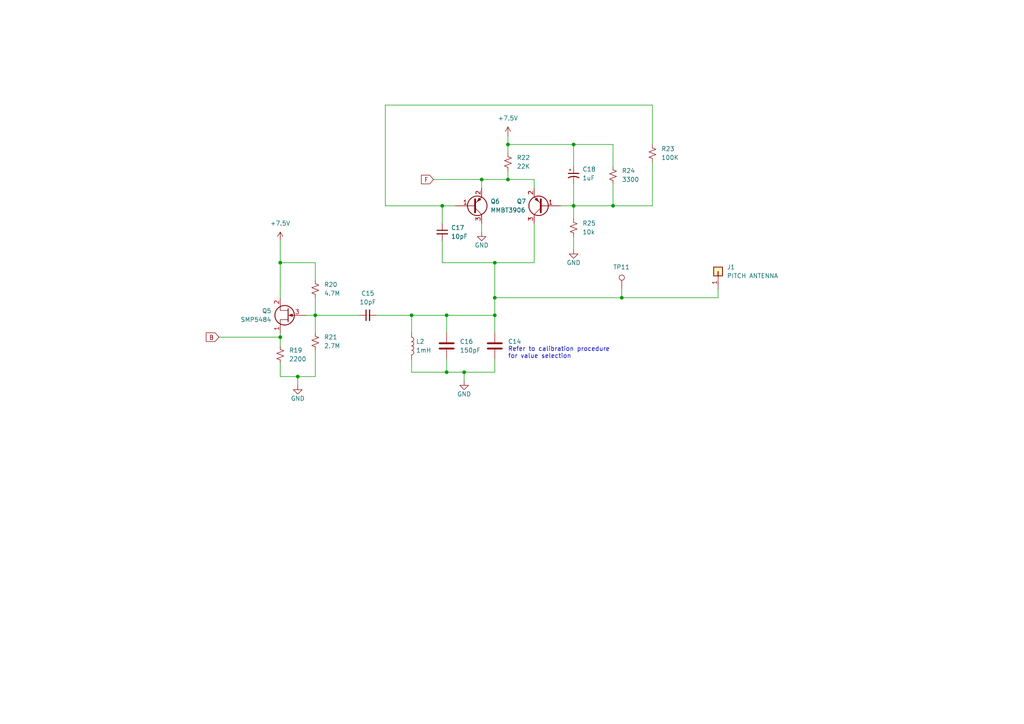
<source format=kicad_sch>
(kicad_sch (version 20211123) (generator eeschema)

  (uuid b0c2739f-c3d0-4727-9db0-ad9894b43d95)

  (paper "A4")

  (lib_symbols
    (symbol "Connector:TestPoint" (pin_numbers hide) (pin_names (offset 0.762) hide) (in_bom yes) (on_board yes)
      (property "Reference" "TP" (id 0) (at 0 6.858 0)
        (effects (font (size 1.27 1.27)))
      )
      (property "Value" "TestPoint" (id 1) (at 0 5.08 0)
        (effects (font (size 1.27 1.27)))
      )
      (property "Footprint" "" (id 2) (at 5.08 0 0)
        (effects (font (size 1.27 1.27)) hide)
      )
      (property "Datasheet" "~" (id 3) (at 5.08 0 0)
        (effects (font (size 1.27 1.27)) hide)
      )
      (property "ki_keywords" "test point tp" (id 4) (at 0 0 0)
        (effects (font (size 1.27 1.27)) hide)
      )
      (property "ki_description" "test point" (id 5) (at 0 0 0)
        (effects (font (size 1.27 1.27)) hide)
      )
      (property "ki_fp_filters" "Pin* Test*" (id 6) (at 0 0 0)
        (effects (font (size 1.27 1.27)) hide)
      )
      (symbol "TestPoint_0_1"
        (circle (center 0 3.302) (radius 0.762)
          (stroke (width 0) (type default) (color 0 0 0 0))
          (fill (type none))
        )
      )
      (symbol "TestPoint_1_1"
        (pin passive line (at 0 0 90) (length 2.54)
          (name "1" (effects (font (size 1.27 1.27))))
          (number "1" (effects (font (size 1.27 1.27))))
        )
      )
    )
    (symbol "Connector_Generic:Conn_01x01" (pin_names (offset 1.016) hide) (in_bom yes) (on_board yes)
      (property "Reference" "J" (id 0) (at 0 2.54 0)
        (effects (font (size 1.27 1.27)))
      )
      (property "Value" "Conn_01x01" (id 1) (at 0 -2.54 0)
        (effects (font (size 1.27 1.27)))
      )
      (property "Footprint" "" (id 2) (at 0 0 0)
        (effects (font (size 1.27 1.27)) hide)
      )
      (property "Datasheet" "~" (id 3) (at 0 0 0)
        (effects (font (size 1.27 1.27)) hide)
      )
      (property "ki_keywords" "connector" (id 4) (at 0 0 0)
        (effects (font (size 1.27 1.27)) hide)
      )
      (property "ki_description" "Generic connector, single row, 01x01, script generated (kicad-library-utils/schlib/autogen/connector/)" (id 5) (at 0 0 0)
        (effects (font (size 1.27 1.27)) hide)
      )
      (property "ki_fp_filters" "Connector*:*_1x??_*" (id 6) (at 0 0 0)
        (effects (font (size 1.27 1.27)) hide)
      )
      (symbol "Conn_01x01_1_1"
        (rectangle (start -1.27 0.127) (end 0 -0.127)
          (stroke (width 0.1524) (type default) (color 0 0 0 0))
          (fill (type none))
        )
        (rectangle (start -1.27 1.27) (end 1.27 -1.27)
          (stroke (width 0.254) (type default) (color 0 0 0 0))
          (fill (type background))
        )
        (pin passive line (at -5.08 0 0) (length 3.81)
          (name "Pin_1" (effects (font (size 1.27 1.27))))
          (number "1" (effects (font (size 1.27 1.27))))
        )
      )
    )
    (symbol "Device:C" (pin_numbers hide) (pin_names (offset 0.254)) (in_bom yes) (on_board yes)
      (property "Reference" "C" (id 0) (at 0.635 2.54 0)
        (effects (font (size 1.27 1.27)) (justify left))
      )
      (property "Value" "C" (id 1) (at 0.635 -2.54 0)
        (effects (font (size 1.27 1.27)) (justify left))
      )
      (property "Footprint" "" (id 2) (at 0.9652 -3.81 0)
        (effects (font (size 1.27 1.27)) hide)
      )
      (property "Datasheet" "~" (id 3) (at 0 0 0)
        (effects (font (size 1.27 1.27)) hide)
      )
      (property "ki_keywords" "cap capacitor" (id 4) (at 0 0 0)
        (effects (font (size 1.27 1.27)) hide)
      )
      (property "ki_description" "Unpolarized capacitor" (id 5) (at 0 0 0)
        (effects (font (size 1.27 1.27)) hide)
      )
      (property "ki_fp_filters" "C_*" (id 6) (at 0 0 0)
        (effects (font (size 1.27 1.27)) hide)
      )
      (symbol "C_0_1"
        (polyline
          (pts
            (xy -2.032 -0.762)
            (xy 2.032 -0.762)
          )
          (stroke (width 0.508) (type default) (color 0 0 0 0))
          (fill (type none))
        )
        (polyline
          (pts
            (xy -2.032 0.762)
            (xy 2.032 0.762)
          )
          (stroke (width 0.508) (type default) (color 0 0 0 0))
          (fill (type none))
        )
      )
      (symbol "C_1_1"
        (pin passive line (at 0 3.81 270) (length 2.794)
          (name "~" (effects (font (size 1.27 1.27))))
          (number "1" (effects (font (size 1.27 1.27))))
        )
        (pin passive line (at 0 -3.81 90) (length 2.794)
          (name "~" (effects (font (size 1.27 1.27))))
          (number "2" (effects (font (size 1.27 1.27))))
        )
      )
    )
    (symbol "Device:C_Polarized_Small_US" (pin_numbers hide) (pin_names (offset 0.254) hide) (in_bom yes) (on_board yes)
      (property "Reference" "C" (id 0) (at 0.254 1.778 0)
        (effects (font (size 1.27 1.27)) (justify left))
      )
      (property "Value" "C_Polarized_Small_US" (id 1) (at 0.254 -2.032 0)
        (effects (font (size 1.27 1.27)) (justify left))
      )
      (property "Footprint" "" (id 2) (at 0 0 0)
        (effects (font (size 1.27 1.27)) hide)
      )
      (property "Datasheet" "~" (id 3) (at 0 0 0)
        (effects (font (size 1.27 1.27)) hide)
      )
      (property "ki_keywords" "cap capacitor" (id 4) (at 0 0 0)
        (effects (font (size 1.27 1.27)) hide)
      )
      (property "ki_description" "Polarized capacitor, small US symbol" (id 5) (at 0 0 0)
        (effects (font (size 1.27 1.27)) hide)
      )
      (property "ki_fp_filters" "CP_*" (id 6) (at 0 0 0)
        (effects (font (size 1.27 1.27)) hide)
      )
      (symbol "C_Polarized_Small_US_0_1"
        (polyline
          (pts
            (xy -1.524 0.508)
            (xy 1.524 0.508)
          )
          (stroke (width 0.3048) (type default) (color 0 0 0 0))
          (fill (type none))
        )
        (polyline
          (pts
            (xy -1.27 1.524)
            (xy -0.762 1.524)
          )
          (stroke (width 0) (type default) (color 0 0 0 0))
          (fill (type none))
        )
        (polyline
          (pts
            (xy -1.016 1.27)
            (xy -1.016 1.778)
          )
          (stroke (width 0) (type default) (color 0 0 0 0))
          (fill (type none))
        )
        (arc (start 1.524 -0.762) (mid 0 -0.3734) (end -1.524 -0.762)
          (stroke (width 0.3048) (type default) (color 0 0 0 0))
          (fill (type none))
        )
      )
      (symbol "C_Polarized_Small_US_1_1"
        (pin passive line (at 0 2.54 270) (length 2.032)
          (name "~" (effects (font (size 1.27 1.27))))
          (number "1" (effects (font (size 1.27 1.27))))
        )
        (pin passive line (at 0 -2.54 90) (length 2.032)
          (name "~" (effects (font (size 1.27 1.27))))
          (number "2" (effects (font (size 1.27 1.27))))
        )
      )
    )
    (symbol "Device:C_Small" (pin_numbers hide) (pin_names (offset 0.254) hide) (in_bom yes) (on_board yes)
      (property "Reference" "C" (id 0) (at 0.254 1.778 0)
        (effects (font (size 1.27 1.27)) (justify left))
      )
      (property "Value" "C_Small" (id 1) (at 0.254 -2.032 0)
        (effects (font (size 1.27 1.27)) (justify left))
      )
      (property "Footprint" "" (id 2) (at 0 0 0)
        (effects (font (size 1.27 1.27)) hide)
      )
      (property "Datasheet" "~" (id 3) (at 0 0 0)
        (effects (font (size 1.27 1.27)) hide)
      )
      (property "ki_keywords" "capacitor cap" (id 4) (at 0 0 0)
        (effects (font (size 1.27 1.27)) hide)
      )
      (property "ki_description" "Unpolarized capacitor, small symbol" (id 5) (at 0 0 0)
        (effects (font (size 1.27 1.27)) hide)
      )
      (property "ki_fp_filters" "C_*" (id 6) (at 0 0 0)
        (effects (font (size 1.27 1.27)) hide)
      )
      (symbol "C_Small_0_1"
        (polyline
          (pts
            (xy -1.524 -0.508)
            (xy 1.524 -0.508)
          )
          (stroke (width 0.3302) (type default) (color 0 0 0 0))
          (fill (type none))
        )
        (polyline
          (pts
            (xy -1.524 0.508)
            (xy 1.524 0.508)
          )
          (stroke (width 0.3048) (type default) (color 0 0 0 0))
          (fill (type none))
        )
      )
      (symbol "C_Small_1_1"
        (pin passive line (at 0 2.54 270) (length 2.032)
          (name "~" (effects (font (size 1.27 1.27))))
          (number "1" (effects (font (size 1.27 1.27))))
        )
        (pin passive line (at 0 -2.54 90) (length 2.032)
          (name "~" (effects (font (size 1.27 1.27))))
          (number "2" (effects (font (size 1.27 1.27))))
        )
      )
    )
    (symbol "Device:L" (pin_numbers hide) (pin_names (offset 1.016) hide) (in_bom yes) (on_board yes)
      (property "Reference" "L" (id 0) (at -1.27 0 90)
        (effects (font (size 1.27 1.27)))
      )
      (property "Value" "L" (id 1) (at 1.905 0 90)
        (effects (font (size 1.27 1.27)))
      )
      (property "Footprint" "" (id 2) (at 0 0 0)
        (effects (font (size 1.27 1.27)) hide)
      )
      (property "Datasheet" "~" (id 3) (at 0 0 0)
        (effects (font (size 1.27 1.27)) hide)
      )
      (property "ki_keywords" "inductor choke coil reactor magnetic" (id 4) (at 0 0 0)
        (effects (font (size 1.27 1.27)) hide)
      )
      (property "ki_description" "Inductor" (id 5) (at 0 0 0)
        (effects (font (size 1.27 1.27)) hide)
      )
      (property "ki_fp_filters" "Choke_* *Coil* Inductor_* L_*" (id 6) (at 0 0 0)
        (effects (font (size 1.27 1.27)) hide)
      )
      (symbol "L_0_1"
        (arc (start 0 -2.54) (mid 0.635 -1.905) (end 0 -1.27)
          (stroke (width 0) (type default) (color 0 0 0 0))
          (fill (type none))
        )
        (arc (start 0 -1.27) (mid 0.635 -0.635) (end 0 0)
          (stroke (width 0) (type default) (color 0 0 0 0))
          (fill (type none))
        )
        (arc (start 0 0) (mid 0.635 0.635) (end 0 1.27)
          (stroke (width 0) (type default) (color 0 0 0 0))
          (fill (type none))
        )
        (arc (start 0 1.27) (mid 0.635 1.905) (end 0 2.54)
          (stroke (width 0) (type default) (color 0 0 0 0))
          (fill (type none))
        )
      )
      (symbol "L_1_1"
        (pin passive line (at 0 3.81 270) (length 1.27)
          (name "1" (effects (font (size 1.27 1.27))))
          (number "1" (effects (font (size 1.27 1.27))))
        )
        (pin passive line (at 0 -3.81 90) (length 1.27)
          (name "2" (effects (font (size 1.27 1.27))))
          (number "2" (effects (font (size 1.27 1.27))))
        )
      )
    )
    (symbol "Device:Q_NJFET_SDG" (pin_names (offset 0) hide) (in_bom yes) (on_board yes)
      (property "Reference" "Q" (id 0) (at 5.08 1.27 0)
        (effects (font (size 1.27 1.27)) (justify left))
      )
      (property "Value" "Q_NJFET_SDG" (id 1) (at 5.08 -1.27 0)
        (effects (font (size 1.27 1.27)) (justify left))
      )
      (property "Footprint" "" (id 2) (at 5.08 2.54 0)
        (effects (font (size 1.27 1.27)) hide)
      )
      (property "Datasheet" "~" (id 3) (at 0 0 0)
        (effects (font (size 1.27 1.27)) hide)
      )
      (property "ki_keywords" "transistor NJFET N-JFET" (id 4) (at 0 0 0)
        (effects (font (size 1.27 1.27)) hide)
      )
      (property "ki_description" "N-JFET transistor, source/drain/gate" (id 5) (at 0 0 0)
        (effects (font (size 1.27 1.27)) hide)
      )
      (symbol "Q_NJFET_SDG_0_1"
        (polyline
          (pts
            (xy 0.254 1.905)
            (xy 0.254 -1.905)
            (xy 0.254 -1.905)
          )
          (stroke (width 0.254) (type default) (color 0 0 0 0))
          (fill (type none))
        )
        (polyline
          (pts
            (xy 2.54 -2.54)
            (xy 2.54 -1.27)
            (xy 0.254 -1.27)
          )
          (stroke (width 0) (type default) (color 0 0 0 0))
          (fill (type none))
        )
        (polyline
          (pts
            (xy 2.54 2.54)
            (xy 2.54 1.397)
            (xy 0.254 1.397)
          )
          (stroke (width 0) (type default) (color 0 0 0 0))
          (fill (type none))
        )
        (polyline
          (pts
            (xy 0 0)
            (xy -1.016 0.381)
            (xy -1.016 -0.381)
            (xy 0 0)
          )
          (stroke (width 0) (type default) (color 0 0 0 0))
          (fill (type outline))
        )
        (circle (center 1.27 0) (radius 2.8194)
          (stroke (width 0.254) (type default) (color 0 0 0 0))
          (fill (type none))
        )
      )
      (symbol "Q_NJFET_SDG_1_1"
        (pin passive line (at 2.54 -5.08 90) (length 2.54)
          (name "S" (effects (font (size 1.27 1.27))))
          (number "1" (effects (font (size 1.27 1.27))))
        )
        (pin passive line (at 2.54 5.08 270) (length 2.54)
          (name "D" (effects (font (size 1.27 1.27))))
          (number "2" (effects (font (size 1.27 1.27))))
        )
        (pin input line (at -5.08 0 0) (length 5.334)
          (name "G" (effects (font (size 1.27 1.27))))
          (number "3" (effects (font (size 1.27 1.27))))
        )
      )
    )
    (symbol "Device:R_Small_US" (pin_numbers hide) (pin_names (offset 0.254) hide) (in_bom yes) (on_board yes)
      (property "Reference" "R" (id 0) (at 0.762 0.508 0)
        (effects (font (size 1.27 1.27)) (justify left))
      )
      (property "Value" "R_Small_US" (id 1) (at 0.762 -1.016 0)
        (effects (font (size 1.27 1.27)) (justify left))
      )
      (property "Footprint" "" (id 2) (at 0 0 0)
        (effects (font (size 1.27 1.27)) hide)
      )
      (property "Datasheet" "~" (id 3) (at 0 0 0)
        (effects (font (size 1.27 1.27)) hide)
      )
      (property "ki_keywords" "r resistor" (id 4) (at 0 0 0)
        (effects (font (size 1.27 1.27)) hide)
      )
      (property "ki_description" "Resistor, small US symbol" (id 5) (at 0 0 0)
        (effects (font (size 1.27 1.27)) hide)
      )
      (property "ki_fp_filters" "R_*" (id 6) (at 0 0 0)
        (effects (font (size 1.27 1.27)) hide)
      )
      (symbol "R_Small_US_1_1"
        (polyline
          (pts
            (xy 0 0)
            (xy 1.016 -0.381)
            (xy 0 -0.762)
            (xy -1.016 -1.143)
            (xy 0 -1.524)
          )
          (stroke (width 0) (type default) (color 0 0 0 0))
          (fill (type none))
        )
        (polyline
          (pts
            (xy 0 1.524)
            (xy 1.016 1.143)
            (xy 0 0.762)
            (xy -1.016 0.381)
            (xy 0 0)
          )
          (stroke (width 0) (type default) (color 0 0 0 0))
          (fill (type none))
        )
        (pin passive line (at 0 2.54 270) (length 1.016)
          (name "~" (effects (font (size 1.27 1.27))))
          (number "1" (effects (font (size 1.27 1.27))))
        )
        (pin passive line (at 0 -2.54 90) (length 1.016)
          (name "~" (effects (font (size 1.27 1.27))))
          (number "2" (effects (font (size 1.27 1.27))))
        )
      )
    )
    (symbol "Transistor_BJT:MMBT3906" (pin_names (offset 0) hide) (in_bom yes) (on_board yes)
      (property "Reference" "Q" (id 0) (at 5.08 1.905 0)
        (effects (font (size 1.27 1.27)) (justify left))
      )
      (property "Value" "MMBT3906" (id 1) (at 5.08 0 0)
        (effects (font (size 1.27 1.27)) (justify left))
      )
      (property "Footprint" "Package_TO_SOT_SMD:SOT-23" (id 2) (at 5.08 -1.905 0)
        (effects (font (size 1.27 1.27) italic) (justify left) hide)
      )
      (property "Datasheet" "https://www.onsemi.com/pub/Collateral/2N3906-D.PDF" (id 3) (at 0 0 0)
        (effects (font (size 1.27 1.27)) (justify left) hide)
      )
      (property "ki_keywords" "PNP Transistor" (id 4) (at 0 0 0)
        (effects (font (size 1.27 1.27)) hide)
      )
      (property "ki_description" "-0.2A Ic, -40V Vce, Small Signal PNP Transistor, SOT-23" (id 5) (at 0 0 0)
        (effects (font (size 1.27 1.27)) hide)
      )
      (property "ki_fp_filters" "SOT?23*" (id 6) (at 0 0 0)
        (effects (font (size 1.27 1.27)) hide)
      )
      (symbol "MMBT3906_0_1"
        (polyline
          (pts
            (xy 0.635 0.635)
            (xy 2.54 2.54)
          )
          (stroke (width 0) (type default) (color 0 0 0 0))
          (fill (type none))
        )
        (polyline
          (pts
            (xy 0.635 -0.635)
            (xy 2.54 -2.54)
            (xy 2.54 -2.54)
          )
          (stroke (width 0) (type default) (color 0 0 0 0))
          (fill (type none))
        )
        (polyline
          (pts
            (xy 0.635 1.905)
            (xy 0.635 -1.905)
            (xy 0.635 -1.905)
          )
          (stroke (width 0.508) (type default) (color 0 0 0 0))
          (fill (type none))
        )
        (polyline
          (pts
            (xy 2.286 -1.778)
            (xy 1.778 -2.286)
            (xy 1.27 -1.27)
            (xy 2.286 -1.778)
            (xy 2.286 -1.778)
          )
          (stroke (width 0) (type default) (color 0 0 0 0))
          (fill (type outline))
        )
        (circle (center 1.27 0) (radius 2.8194)
          (stroke (width 0.254) (type default) (color 0 0 0 0))
          (fill (type none))
        )
      )
      (symbol "MMBT3906_1_1"
        (pin input line (at -5.08 0 0) (length 5.715)
          (name "B" (effects (font (size 1.27 1.27))))
          (number "1" (effects (font (size 1.27 1.27))))
        )
        (pin passive line (at 2.54 -5.08 90) (length 2.54)
          (name "E" (effects (font (size 1.27 1.27))))
          (number "2" (effects (font (size 1.27 1.27))))
        )
        (pin passive line (at 2.54 5.08 270) (length 2.54)
          (name "C" (effects (font (size 1.27 1.27))))
          (number "3" (effects (font (size 1.27 1.27))))
        )
      )
    )
    (symbol "power:+7.5V" (power) (pin_names (offset 0)) (in_bom yes) (on_board yes)
      (property "Reference" "#PWR" (id 0) (at 0 -3.81 0)
        (effects (font (size 1.27 1.27)) hide)
      )
      (property "Value" "+7.5V" (id 1) (at 0 3.556 0)
        (effects (font (size 1.27 1.27)))
      )
      (property "Footprint" "" (id 2) (at 0 0 0)
        (effects (font (size 1.27 1.27)) hide)
      )
      (property "Datasheet" "" (id 3) (at 0 0 0)
        (effects (font (size 1.27 1.27)) hide)
      )
      (property "ki_keywords" "power-flag" (id 4) (at 0 0 0)
        (effects (font (size 1.27 1.27)) hide)
      )
      (property "ki_description" "Power symbol creates a global label with name \"+7.5V\"" (id 5) (at 0 0 0)
        (effects (font (size 1.27 1.27)) hide)
      )
      (symbol "+7.5V_0_1"
        (polyline
          (pts
            (xy -0.762 1.27)
            (xy 0 2.54)
          )
          (stroke (width 0) (type default) (color 0 0 0 0))
          (fill (type none))
        )
        (polyline
          (pts
            (xy 0 0)
            (xy 0 2.54)
          )
          (stroke (width 0) (type default) (color 0 0 0 0))
          (fill (type none))
        )
        (polyline
          (pts
            (xy 0 2.54)
            (xy 0.762 1.27)
          )
          (stroke (width 0) (type default) (color 0 0 0 0))
          (fill (type none))
        )
      )
      (symbol "+7.5V_1_1"
        (pin power_in line (at 0 0 90) (length 0) hide
          (name "+7.5V" (effects (font (size 1.27 1.27))))
          (number "1" (effects (font (size 1.27 1.27))))
        )
      )
    )
    (symbol "power:GND" (power) (pin_names (offset 0)) (in_bom yes) (on_board yes)
      (property "Reference" "#PWR" (id 0) (at 0 -6.35 0)
        (effects (font (size 1.27 1.27)) hide)
      )
      (property "Value" "GND" (id 1) (at 0 -3.81 0)
        (effects (font (size 1.27 1.27)))
      )
      (property "Footprint" "" (id 2) (at 0 0 0)
        (effects (font (size 1.27 1.27)) hide)
      )
      (property "Datasheet" "" (id 3) (at 0 0 0)
        (effects (font (size 1.27 1.27)) hide)
      )
      (property "ki_keywords" "power-flag" (id 4) (at 0 0 0)
        (effects (font (size 1.27 1.27)) hide)
      )
      (property "ki_description" "Power symbol creates a global label with name \"GND\" , ground" (id 5) (at 0 0 0)
        (effects (font (size 1.27 1.27)) hide)
      )
      (symbol "GND_0_1"
        (polyline
          (pts
            (xy 0 0)
            (xy 0 -1.27)
            (xy 1.27 -1.27)
            (xy 0 -2.54)
            (xy -1.27 -1.27)
            (xy 0 -1.27)
          )
          (stroke (width 0) (type default) (color 0 0 0 0))
          (fill (type none))
        )
      )
      (symbol "GND_1_1"
        (pin power_in line (at 0 0 270) (length 0) hide
          (name "GND" (effects (font (size 1.27 1.27))))
          (number "1" (effects (font (size 1.27 1.27))))
        )
      )
    )
  )

  (junction (at 177.8 59.69) (diameter 0) (color 0 0 0 0)
    (uuid 072b5fc2-bbe2-4d58-bef8-d0439391050d)
  )
  (junction (at 86.36 109.22) (diameter 0) (color 0 0 0 0)
    (uuid 088d85b0-69db-4b01-ba90-10065971dcd8)
  )
  (junction (at 166.37 59.69) (diameter 0) (color 0 0 0 0)
    (uuid 46b26fb3-5388-4cb5-a4af-0a03570908d6)
  )
  (junction (at 147.32 41.91) (diameter 0) (color 0 0 0 0)
    (uuid 6fecd63b-f61f-445d-9ce2-d9b24637d7df)
  )
  (junction (at 134.62 107.95) (diameter 0) (color 0 0 0 0)
    (uuid 7754606c-b0c0-4ac1-ab2f-4f822c6aceec)
  )
  (junction (at 128.27 59.69) (diameter 0) (color 0 0 0 0)
    (uuid 8b2f6969-da09-48d1-8875-99d69ca5ae35)
  )
  (junction (at 147.32 52.07) (diameter 0) (color 0 0 0 0)
    (uuid a33e6e21-69f8-4037-ae49-769ce3523cef)
  )
  (junction (at 81.28 97.79) (diameter 0) (color 0 0 0 0)
    (uuid a8a2e84a-c297-487b-9bf6-aa7987a561be)
  )
  (junction (at 166.37 41.91) (diameter 0) (color 0 0 0 0)
    (uuid bd2b2f9b-561a-48ae-9a17-1f866e2403ae)
  )
  (junction (at 143.51 91.44) (diameter 0) (color 0 0 0 0)
    (uuid c29c0c6f-a93e-4d02-9a1b-dd75ee7cff44)
  )
  (junction (at 143.51 76.2) (diameter 0) (color 0 0 0 0)
    (uuid c3ae7914-cfc6-4f70-bc27-2c578778c0b1)
  )
  (junction (at 81.28 76.2) (diameter 0) (color 0 0 0 0)
    (uuid c7ae9bae-2f77-44d8-bb06-ab3b1b5c6338)
  )
  (junction (at 91.44 91.44) (diameter 0) (color 0 0 0 0)
    (uuid d3e67c9c-7672-422b-814b-1e62d6d69990)
  )
  (junction (at 119.38 91.44) (diameter 0) (color 0 0 0 0)
    (uuid d4983da6-062d-4d9d-b12c-33bf20b1fdd4)
  )
  (junction (at 129.54 107.95) (diameter 0) (color 0 0 0 0)
    (uuid d64fc9e0-063a-40a7-b0c4-0b0fbd78d7ee)
  )
  (junction (at 139.7 52.07) (diameter 0) (color 0 0 0 0)
    (uuid e372afb2-cfe9-466f-a7c5-1eb2542ceeb2)
  )
  (junction (at 180.34 86.36) (diameter 0) (color 0 0 0 0)
    (uuid e3878f7b-3fe1-444f-979c-73f2b918fce8)
  )
  (junction (at 143.51 86.36) (diameter 0) (color 0 0 0 0)
    (uuid e9dc3843-428b-4a2b-b9c9-be15b9bb3934)
  )
  (junction (at 129.54 91.44) (diameter 0) (color 0 0 0 0)
    (uuid ffc0f3a4-7839-4add-a937-c41f0d9b9c75)
  )

  (wire (pts (xy 139.7 54.61) (xy 139.7 52.07))
    (stroke (width 0) (type default) (color 0 0 0 0))
    (uuid 01dd2472-1208-47cf-a3bd-5d95515ad8a1)
  )
  (wire (pts (xy 91.44 86.36) (xy 91.44 91.44))
    (stroke (width 0) (type default) (color 0 0 0 0))
    (uuid 0238c1a0-f6ba-47da-b758-3bad46ad04ec)
  )
  (wire (pts (xy 91.44 81.28) (xy 91.44 76.2))
    (stroke (width 0) (type default) (color 0 0 0 0))
    (uuid 0e5d42f8-d931-4da0-a662-20b84ed0fb7d)
  )
  (wire (pts (xy 180.34 83.82) (xy 180.34 86.36))
    (stroke (width 0) (type default) (color 0 0 0 0))
    (uuid 0e8f1626-452e-4e84-a441-f92ea0a80139)
  )
  (wire (pts (xy 189.23 30.48) (xy 111.76 30.48))
    (stroke (width 0) (type default) (color 0 0 0 0))
    (uuid 0e9bc375-7b9e-4177-a5ce-839fd65a02b7)
  )
  (wire (pts (xy 143.51 76.2) (xy 143.51 86.36))
    (stroke (width 0) (type default) (color 0 0 0 0))
    (uuid 0f05da38-c00c-45cb-ad41-fb50782574e1)
  )
  (wire (pts (xy 128.27 59.69) (xy 132.08 59.69))
    (stroke (width 0) (type default) (color 0 0 0 0))
    (uuid 13371222-9683-4436-b1d7-c7f5e23079c5)
  )
  (wire (pts (xy 139.7 64.77) (xy 139.7 67.31))
    (stroke (width 0) (type default) (color 0 0 0 0))
    (uuid 17599046-d2e5-4519-b8ed-1855d7f67f03)
  )
  (wire (pts (xy 147.32 41.91) (xy 147.32 44.45))
    (stroke (width 0) (type default) (color 0 0 0 0))
    (uuid 196a6b3e-3e5f-4816-bca6-951c485e4b9b)
  )
  (wire (pts (xy 177.8 41.91) (xy 177.8 48.26))
    (stroke (width 0) (type default) (color 0 0 0 0))
    (uuid 19d68ae3-421b-4a81-977c-d8e655cd137a)
  )
  (wire (pts (xy 189.23 41.91) (xy 189.23 30.48))
    (stroke (width 0) (type default) (color 0 0 0 0))
    (uuid 223d6a0c-4e8a-4213-8726-e1e28736818e)
  )
  (wire (pts (xy 119.38 91.44) (xy 129.54 91.44))
    (stroke (width 0) (type default) (color 0 0 0 0))
    (uuid 2251a7ae-686e-4a64-b008-195dfc8e4f33)
  )
  (wire (pts (xy 91.44 91.44) (xy 91.44 96.52))
    (stroke (width 0) (type default) (color 0 0 0 0))
    (uuid 2e454816-488a-4610-a1cd-27d21ec0289c)
  )
  (wire (pts (xy 81.28 105.41) (xy 81.28 109.22))
    (stroke (width 0) (type default) (color 0 0 0 0))
    (uuid 347b6f4d-bf38-4672-ba31-37f5e1e072db)
  )
  (wire (pts (xy 166.37 59.69) (xy 166.37 53.34))
    (stroke (width 0) (type default) (color 0 0 0 0))
    (uuid 36f1dda9-df9d-47f3-9153-4f002ff16952)
  )
  (wire (pts (xy 162.56 59.69) (xy 166.37 59.69))
    (stroke (width 0) (type default) (color 0 0 0 0))
    (uuid 3c65d3b4-8f0d-4c00-95a9-73141e902ada)
  )
  (wire (pts (xy 86.36 109.22) (xy 81.28 109.22))
    (stroke (width 0) (type default) (color 0 0 0 0))
    (uuid 3fe31d5f-f225-44e0-b56d-84e47bfbe436)
  )
  (wire (pts (xy 143.51 107.95) (xy 134.62 107.95))
    (stroke (width 0) (type default) (color 0 0 0 0))
    (uuid 45ec8ffb-3753-4e94-baf9-1dcf0ce3ca27)
  )
  (wire (pts (xy 166.37 41.91) (xy 147.32 41.91))
    (stroke (width 0) (type default) (color 0 0 0 0))
    (uuid 4a781ac2-80c8-43c1-a71f-0ad1d033c499)
  )
  (wire (pts (xy 143.51 76.2) (xy 154.94 76.2))
    (stroke (width 0) (type default) (color 0 0 0 0))
    (uuid 533577e0-0cb2-49fe-b2f7-9757ca2ddef2)
  )
  (wire (pts (xy 81.28 69.85) (xy 81.28 76.2))
    (stroke (width 0) (type default) (color 0 0 0 0))
    (uuid 5581bb2d-2420-4c1e-85ac-55a55eba86bb)
  )
  (wire (pts (xy 111.76 30.48) (xy 111.76 59.69))
    (stroke (width 0) (type default) (color 0 0 0 0))
    (uuid 57a4fe5a-dcda-4f21-9f37-8bf165736b98)
  )
  (wire (pts (xy 129.54 107.95) (xy 119.38 107.95))
    (stroke (width 0) (type default) (color 0 0 0 0))
    (uuid 611e4e25-32fd-4d57-98df-afddee43b040)
  )
  (wire (pts (xy 129.54 91.44) (xy 129.54 96.52))
    (stroke (width 0) (type default) (color 0 0 0 0))
    (uuid 628f2604-43d3-43f6-b304-ff4ee7565b4c)
  )
  (wire (pts (xy 177.8 53.34) (xy 177.8 59.69))
    (stroke (width 0) (type default) (color 0 0 0 0))
    (uuid 69bf1b72-9c53-42ac-a4c8-e46fc3f8f05a)
  )
  (wire (pts (xy 134.62 107.95) (xy 134.62 110.49))
    (stroke (width 0) (type default) (color 0 0 0 0))
    (uuid 6d9b9a3e-a397-47ce-ba12-9f4b755ce580)
  )
  (wire (pts (xy 134.62 107.95) (xy 129.54 107.95))
    (stroke (width 0) (type default) (color 0 0 0 0))
    (uuid 6e398338-53b5-48cd-9a16-8f33830a0518)
  )
  (wire (pts (xy 128.27 69.85) (xy 128.27 76.2))
    (stroke (width 0) (type default) (color 0 0 0 0))
    (uuid 72b7a44f-8473-431b-aced-a111eacb2e49)
  )
  (wire (pts (xy 166.37 59.69) (xy 166.37 63.5))
    (stroke (width 0) (type default) (color 0 0 0 0))
    (uuid 78c95acd-0410-4bd5-aa29-1e146048862f)
  )
  (wire (pts (xy 109.22 91.44) (xy 119.38 91.44))
    (stroke (width 0) (type default) (color 0 0 0 0))
    (uuid 8205c2cd-f6da-4e13-a9b8-6a7e8ede2577)
  )
  (wire (pts (xy 154.94 64.77) (xy 154.94 76.2))
    (stroke (width 0) (type default) (color 0 0 0 0))
    (uuid 874776cd-5dc0-4886-98f3-4a260aae163a)
  )
  (wire (pts (xy 166.37 41.91) (xy 166.37 48.26))
    (stroke (width 0) (type default) (color 0 0 0 0))
    (uuid 87ad68f3-56db-4391-914f-e519c15b65c6)
  )
  (wire (pts (xy 143.51 91.44) (xy 143.51 96.52))
    (stroke (width 0) (type default) (color 0 0 0 0))
    (uuid 88042f93-672d-4338-8589-dd4bee9546ff)
  )
  (wire (pts (xy 91.44 109.22) (xy 86.36 109.22))
    (stroke (width 0) (type default) (color 0 0 0 0))
    (uuid 899cedaf-c466-492c-8d3d-f9c48521f2f1)
  )
  (wire (pts (xy 180.34 86.36) (xy 208.28 86.36))
    (stroke (width 0) (type default) (color 0 0 0 0))
    (uuid 9822ac3d-6e95-4ab3-80a4-21486832b74f)
  )
  (wire (pts (xy 147.32 52.07) (xy 154.94 52.07))
    (stroke (width 0) (type default) (color 0 0 0 0))
    (uuid 9b23bbc9-9429-4ee3-8a3a-45baf5a3a1be)
  )
  (wire (pts (xy 129.54 91.44) (xy 143.51 91.44))
    (stroke (width 0) (type default) (color 0 0 0 0))
    (uuid a79708ee-d067-4bec-8f3f-ccf92541aaeb)
  )
  (wire (pts (xy 81.28 97.79) (xy 81.28 100.33))
    (stroke (width 0) (type default) (color 0 0 0 0))
    (uuid b23b916a-09a8-4b31-a18f-c1711e0ea1f1)
  )
  (wire (pts (xy 143.51 76.2) (xy 128.27 76.2))
    (stroke (width 0) (type default) (color 0 0 0 0))
    (uuid b88e45e3-1f0d-49ee-8a90-5b2877e3ed2e)
  )
  (wire (pts (xy 208.28 83.82) (xy 208.28 86.36))
    (stroke (width 0) (type default) (color 0 0 0 0))
    (uuid c26d0b31-064e-416a-a2d1-036e2db77917)
  )
  (wire (pts (xy 88.9 91.44) (xy 91.44 91.44))
    (stroke (width 0) (type default) (color 0 0 0 0))
    (uuid c2c1de78-afcb-4862-b4af-85b45026eb68)
  )
  (wire (pts (xy 125.73 52.07) (xy 139.7 52.07))
    (stroke (width 0) (type default) (color 0 0 0 0))
    (uuid c48e99dc-81ae-4d2f-aa9a-8e2f467b69ab)
  )
  (wire (pts (xy 189.23 59.69) (xy 189.23 46.99))
    (stroke (width 0) (type default) (color 0 0 0 0))
    (uuid c4959213-13ea-4678-9044-f5506369825c)
  )
  (wire (pts (xy 91.44 76.2) (xy 81.28 76.2))
    (stroke (width 0) (type default) (color 0 0 0 0))
    (uuid c78e63a1-b6a7-436e-9e68-3fde30a0a836)
  )
  (wire (pts (xy 119.38 107.95) (xy 119.38 104.14))
    (stroke (width 0) (type default) (color 0 0 0 0))
    (uuid cbe78889-83ca-490f-80e1-c146364bbd86)
  )
  (wire (pts (xy 143.51 104.14) (xy 143.51 107.95))
    (stroke (width 0) (type default) (color 0 0 0 0))
    (uuid cc0e1f35-08c4-4bb4-a351-28cdac7cf814)
  )
  (wire (pts (xy 129.54 104.14) (xy 129.54 107.95))
    (stroke (width 0) (type default) (color 0 0 0 0))
    (uuid cd4b0953-23bf-4cef-b8fd-06e7d758f3f6)
  )
  (wire (pts (xy 147.32 49.53) (xy 147.32 52.07))
    (stroke (width 0) (type default) (color 0 0 0 0))
    (uuid ce590cb6-b6b2-40ae-807b-79e60c9a9268)
  )
  (wire (pts (xy 143.51 86.36) (xy 143.51 91.44))
    (stroke (width 0) (type default) (color 0 0 0 0))
    (uuid dad47050-5137-48c2-943f-feff37782a99)
  )
  (wire (pts (xy 128.27 64.77) (xy 128.27 59.69))
    (stroke (width 0) (type default) (color 0 0 0 0))
    (uuid dbe4297e-d2d4-428c-93be-5ddb72e13ff4)
  )
  (wire (pts (xy 154.94 52.07) (xy 154.94 54.61))
    (stroke (width 0) (type default) (color 0 0 0 0))
    (uuid df343114-678b-42e7-ad3e-adf914f203e0)
  )
  (wire (pts (xy 177.8 59.69) (xy 166.37 59.69))
    (stroke (width 0) (type default) (color 0 0 0 0))
    (uuid df746e69-581c-4917-9508-da9810b306d0)
  )
  (wire (pts (xy 166.37 41.91) (xy 177.8 41.91))
    (stroke (width 0) (type default) (color 0 0 0 0))
    (uuid e31027b1-1c89-4ad1-ac15-f8b12b128927)
  )
  (wire (pts (xy 177.8 59.69) (xy 189.23 59.69))
    (stroke (width 0) (type default) (color 0 0 0 0))
    (uuid e7d50895-6f39-429c-94d7-f000fff80cb9)
  )
  (wire (pts (xy 119.38 96.52) (xy 119.38 91.44))
    (stroke (width 0) (type default) (color 0 0 0 0))
    (uuid e7f7e1c3-1992-4ad6-b3b3-b69f75230b26)
  )
  (wire (pts (xy 143.51 86.36) (xy 180.34 86.36))
    (stroke (width 0) (type default) (color 0 0 0 0))
    (uuid e9479397-8f31-44cb-876b-69333ccb5e49)
  )
  (wire (pts (xy 86.36 109.22) (xy 86.36 111.76))
    (stroke (width 0) (type default) (color 0 0 0 0))
    (uuid eabc6b8e-c8ec-4dc8-9a1d-bfcf5a1ba416)
  )
  (wire (pts (xy 111.76 59.69) (xy 128.27 59.69))
    (stroke (width 0) (type default) (color 0 0 0 0))
    (uuid f06ddce0-ef86-44e7-98ec-99315165ae60)
  )
  (wire (pts (xy 63.5 97.79) (xy 81.28 97.79))
    (stroke (width 0) (type default) (color 0 0 0 0))
    (uuid f17a053b-f230-4adc-90be-b3faceb7df5d)
  )
  (wire (pts (xy 91.44 91.44) (xy 104.14 91.44))
    (stroke (width 0) (type default) (color 0 0 0 0))
    (uuid f1d69bd6-f3b3-42fa-9dd8-c44a3d7c85f6)
  )
  (wire (pts (xy 139.7 52.07) (xy 147.32 52.07))
    (stroke (width 0) (type default) (color 0 0 0 0))
    (uuid f2abdbb0-ad64-44b1-b2f7-609c2f23fdb4)
  )
  (wire (pts (xy 81.28 76.2) (xy 81.28 86.36))
    (stroke (width 0) (type default) (color 0 0 0 0))
    (uuid f769e443-855a-49df-aeb3-c521f0fe7a5b)
  )
  (wire (pts (xy 81.28 96.52) (xy 81.28 97.79))
    (stroke (width 0) (type default) (color 0 0 0 0))
    (uuid f7f8f1dc-5b6b-4ff1-a45f-608adb74b633)
  )
  (wire (pts (xy 91.44 101.6) (xy 91.44 109.22))
    (stroke (width 0) (type default) (color 0 0 0 0))
    (uuid f84279d7-c42e-4f88-a6f3-959ee03b2401)
  )
  (wire (pts (xy 166.37 68.58) (xy 166.37 72.39))
    (stroke (width 0) (type default) (color 0 0 0 0))
    (uuid f8f93ca1-11a4-47f5-9f7e-4a1cf272e296)
  )
  (wire (pts (xy 147.32 39.37) (xy 147.32 41.91))
    (stroke (width 0) (type default) (color 0 0 0 0))
    (uuid ffdb3aff-8f03-4888-8ed1-3c3b6dc7cc33)
  )

  (text "Refer to calibration procedure\nfor value selection"
    (at 147.32 104.14 0)
    (effects (font (size 1.27 1.27)) (justify left bottom))
    (uuid 41f88780-ae7d-4c53-958a-eff7b45c5f48)
  )

  (global_label "B" (shape input) (at 63.5 97.79 180) (fields_autoplaced)
    (effects (font (size 1.27 1.27)) (justify right))
    (uuid 6f19fcaf-7848-42fe-8f32-1e508c17ef3d)
    (property "Intersheet References" "${INTERSHEET_REFS}" (id 0) (at 59.8169 97.7106 0)
      (effects (font (size 1.27 1.27)) (justify right) hide)
    )
  )
  (global_label "F" (shape input) (at 125.73 52.07 180) (fields_autoplaced)
    (effects (font (size 1.27 1.27)) (justify right))
    (uuid ce261a3d-74f2-4e95-a223-f4fba0a02322)
    (property "Intersheet References" "${INTERSHEET_REFS}" (id 0) (at 122.2283 51.9906 0)
      (effects (font (size 1.27 1.27)) (justify right) hide)
    )
  )

  (symbol (lib_id "power:+7.5V") (at 147.32 39.37 0) (unit 1)
    (in_bom yes) (on_board yes) (fields_autoplaced)
    (uuid 028d6a3b-e0a1-4c44-b269-3fc6f5f1930a)
    (property "Reference" "#PWR0115" (id 0) (at 147.32 43.18 0)
      (effects (font (size 1.27 1.27)) hide)
    )
    (property "Value" "+7.5V" (id 1) (at 147.32 34.29 0))
    (property "Footprint" "" (id 2) (at 147.32 39.37 0)
      (effects (font (size 1.27 1.27)) hide)
    )
    (property "Datasheet" "" (id 3) (at 147.32 39.37 0)
      (effects (font (size 1.27 1.27)) hide)
    )
    (pin "1" (uuid 62924ed5-7066-4c94-8242-68a8c84c0452))
  )

  (symbol (lib_id "Device:R_Small_US") (at 81.28 102.87 0) (unit 1)
    (in_bom yes) (on_board yes) (fields_autoplaced)
    (uuid 0ffd4d49-41eb-47fb-967e-798711547171)
    (property "Reference" "R19" (id 0) (at 83.82 101.5999 0)
      (effects (font (size 1.27 1.27)) (justify left))
    )
    (property "Value" "2200" (id 1) (at 83.82 104.1399 0)
      (effects (font (size 1.27 1.27)) (justify left))
    )
    (property "Footprint" "Resistor_SMD:R_0603_1608Metric" (id 2) (at 81.28 102.87 0)
      (effects (font (size 1.27 1.27)) hide)
    )
    (property "Datasheet" "~" (id 3) (at 81.28 102.87 0)
      (effects (font (size 1.27 1.27)) hide)
    )
    (pin "1" (uuid 67172faa-4bda-49c4-84a5-284b8bdf1eaf))
    (pin "2" (uuid f5995745-b6b7-4a02-9453-7905c363431e))
  )

  (symbol (lib_id "Device:L") (at 119.38 100.33 0) (unit 1)
    (in_bom yes) (on_board yes)
    (uuid 12ba4890-a485-440b-86e2-c15a9f78e67f)
    (property "Reference" "L2" (id 0) (at 120.65 99.0599 0)
      (effects (font (size 1.27 1.27)) (justify left))
    )
    (property "Value" "1mH" (id 1) (at 120.65 101.5999 0)
      (effects (font (size 1.27 1.27)) (justify left))
    )
    (property "Footprint" "Theremin:Delevan_5022R" (id 2) (at 119.38 100.33 0)
      (effects (font (size 1.27 1.27)) hide)
    )
    (property "Datasheet" "~" (id 3) (at 119.38 100.33 0)
      (effects (font (size 1.27 1.27)) hide)
    )
    (pin "1" (uuid 294c4ba4-0e70-4725-a9af-dbe6a1335384))
    (pin "2" (uuid 5177274f-4fc5-4be8-a178-84441ea84da6))
  )

  (symbol (lib_id "Device:R_Small_US") (at 189.23 44.45 0) (unit 1)
    (in_bom yes) (on_board yes) (fields_autoplaced)
    (uuid 146c92fc-9efb-41dd-a5fd-a09ade611e76)
    (property "Reference" "R23" (id 0) (at 191.77 43.1799 0)
      (effects (font (size 1.27 1.27)) (justify left))
    )
    (property "Value" "100K" (id 1) (at 191.77 45.7199 0)
      (effects (font (size 1.27 1.27)) (justify left))
    )
    (property "Footprint" "Resistor_SMD:R_0603_1608Metric" (id 2) (at 189.23 44.45 0)
      (effects (font (size 1.27 1.27)) hide)
    )
    (property "Datasheet" "~" (id 3) (at 189.23 44.45 0)
      (effects (font (size 1.27 1.27)) hide)
    )
    (pin "1" (uuid e062e857-1093-4f92-989c-f92c801aaade))
    (pin "2" (uuid 6d0a6788-00f9-4eb9-ac39-c8ef7240a3c8))
  )

  (symbol (lib_id "Device:R_Small_US") (at 166.37 66.04 0) (unit 1)
    (in_bom yes) (on_board yes) (fields_autoplaced)
    (uuid 14efffde-888b-4b19-8916-b196394c5ba0)
    (property "Reference" "R25" (id 0) (at 168.91 64.7699 0)
      (effects (font (size 1.27 1.27)) (justify left))
    )
    (property "Value" "10k" (id 1) (at 168.91 67.3099 0)
      (effects (font (size 1.27 1.27)) (justify left))
    )
    (property "Footprint" "Resistor_SMD:R_0603_1608Metric" (id 2) (at 166.37 66.04 0)
      (effects (font (size 1.27 1.27)) hide)
    )
    (property "Datasheet" "~" (id 3) (at 166.37 66.04 0)
      (effects (font (size 1.27 1.27)) hide)
    )
    (pin "1" (uuid e78aca49-e9d9-42ed-a91b-99037df3dcef))
    (pin "2" (uuid b57ae2ae-ed6a-4691-94ef-ac7836cb88be))
  )

  (symbol (lib_id "Transistor_BJT:MMBT3906") (at 157.48 59.69 180) (unit 1)
    (in_bom yes) (on_board yes)
    (uuid 2c059316-8b43-4d67-9899-fd6facc25e20)
    (property "Reference" "Q7" (id 0) (at 149.86 58.42 0)
      (effects (font (size 1.27 1.27)) (justify right))
    )
    (property "Value" "MMBT3906" (id 1) (at 152.4 60.9599 0)
      (effects (font (size 1.27 1.27)) (justify left) hide)
    )
    (property "Footprint" "Package_TO_SOT_SMD:SOT-23" (id 2) (at 152.4 57.785 0)
      (effects (font (size 1.27 1.27) italic) (justify left) hide)
    )
    (property "Datasheet" "https://www.onsemi.com/pub/Collateral/2N3906-D.PDF" (id 3) (at 157.48 59.69 0)
      (effects (font (size 1.27 1.27)) (justify left) hide)
    )
    (pin "1" (uuid 9ddac914-639e-4f58-ba28-4b14ca4581fe))
    (pin "2" (uuid 175c7421-ad3e-4643-8a18-3fa4e731b814))
    (pin "3" (uuid e73e1a8e-7a5a-4b74-afe5-c882ac8e0279))
  )

  (symbol (lib_id "Device:R_Small_US") (at 91.44 99.06 0) (unit 1)
    (in_bom yes) (on_board yes) (fields_autoplaced)
    (uuid 2ff47750-3e84-4290-bd9b-2c754b9f516e)
    (property "Reference" "R21" (id 0) (at 93.98 97.7899 0)
      (effects (font (size 1.27 1.27)) (justify left))
    )
    (property "Value" "2.7M" (id 1) (at 93.98 100.3299 0)
      (effects (font (size 1.27 1.27)) (justify left))
    )
    (property "Footprint" "Resistor_SMD:R_0603_1608Metric" (id 2) (at 91.44 99.06 0)
      (effects (font (size 1.27 1.27)) hide)
    )
    (property "Datasheet" "~" (id 3) (at 91.44 99.06 0)
      (effects (font (size 1.27 1.27)) hide)
    )
    (pin "1" (uuid e1ad99da-dcbd-4119-9c5f-e808063689c4))
    (pin "2" (uuid c979366f-0faa-429a-b7d2-1521fe9ffd73))
  )

  (symbol (lib_id "Transistor_BJT:MMBT3906") (at 137.16 59.69 0) (mirror x) (unit 1)
    (in_bom yes) (on_board yes) (fields_autoplaced)
    (uuid 5d448114-a8e4-4e7e-83fe-bc4f391b03bb)
    (property "Reference" "Q6" (id 0) (at 142.24 58.4199 0)
      (effects (font (size 1.27 1.27)) (justify left))
    )
    (property "Value" "MMBT3906" (id 1) (at 142.24 60.9599 0)
      (effects (font (size 1.27 1.27)) (justify left))
    )
    (property "Footprint" "Package_TO_SOT_SMD:SOT-23" (id 2) (at 142.24 57.785 0)
      (effects (font (size 1.27 1.27) italic) (justify left) hide)
    )
    (property "Datasheet" "https://www.onsemi.com/pub/Collateral/2N3906-D.PDF" (id 3) (at 137.16 59.69 0)
      (effects (font (size 1.27 1.27)) (justify left) hide)
    )
    (pin "1" (uuid 9752ffc3-e604-42a2-87ca-ceaddccb447e))
    (pin "2" (uuid 74bbb23b-ca11-49b7-b565-809d57e14660))
    (pin "3" (uuid c3750db3-4cfd-4e03-95c6-0275248493aa))
  )

  (symbol (lib_id "Device:C") (at 129.54 100.33 0) (unit 1)
    (in_bom yes) (on_board yes) (fields_autoplaced)
    (uuid 614c37a4-4c81-4a2a-9721-e261a038ed82)
    (property "Reference" "C16" (id 0) (at 133.35 99.0599 0)
      (effects (font (size 1.27 1.27)) (justify left))
    )
    (property "Value" "150pF" (id 1) (at 133.35 101.5999 0)
      (effects (font (size 1.27 1.27)) (justify left))
    )
    (property "Footprint" "Capacitor_SMD:C_1210_3225Metric_Pad1.33x2.70mm_HandSolder" (id 2) (at 130.5052 104.14 0)
      (effects (font (size 1.27 1.27)) hide)
    )
    (property "Datasheet" "~" (id 3) (at 129.54 100.33 0)
      (effects (font (size 1.27 1.27)) hide)
    )
    (pin "1" (uuid 4d5b41ce-54ce-465a-9466-f77149d1cd6f))
    (pin "2" (uuid 12e798b9-72ef-4382-994f-1a87f34becb1))
  )

  (symbol (lib_id "Device:R_Small_US") (at 177.8 50.8 0) (unit 1)
    (in_bom yes) (on_board yes) (fields_autoplaced)
    (uuid 6d019d35-cd54-4cbe-88a3-8ac933ab2d8d)
    (property "Reference" "R24" (id 0) (at 180.34 49.5299 0)
      (effects (font (size 1.27 1.27)) (justify left))
    )
    (property "Value" "3300" (id 1) (at 180.34 52.0699 0)
      (effects (font (size 1.27 1.27)) (justify left))
    )
    (property "Footprint" "Resistor_SMD:R_0603_1608Metric" (id 2) (at 177.8 50.8 0)
      (effects (font (size 1.27 1.27)) hide)
    )
    (property "Datasheet" "~" (id 3) (at 177.8 50.8 0)
      (effects (font (size 1.27 1.27)) hide)
    )
    (pin "1" (uuid 3f8b4e54-59a5-4b26-9837-cce212a09447))
    (pin "2" (uuid 60a79e84-4415-40cb-a0f5-e7e0dd815873))
  )

  (symbol (lib_id "Connector:TestPoint") (at 180.34 83.82 0) (unit 1)
    (in_bom yes) (on_board yes)
    (uuid 71511309-39c2-4be0-a08a-b29d656650d2)
    (property "Reference" "TP11" (id 0) (at 177.8 77.47 0)
      (effects (font (size 1.27 1.27)) (justify left))
    )
    (property "Value" "TestPoint" (id 1) (at 182.88 81.7879 0)
      (effects (font (size 1.27 1.27)) (justify left) hide)
    )
    (property "Footprint" "TestPoint:TestPoint_Pad_D1.0mm" (id 2) (at 185.42 83.82 0)
      (effects (font (size 1.27 1.27)) hide)
    )
    (property "Datasheet" "~" (id 3) (at 185.42 83.82 0)
      (effects (font (size 1.27 1.27)) hide)
    )
    (pin "1" (uuid 652414ee-82c5-4346-9359-c61dfdd8cc71))
  )

  (symbol (lib_id "power:+7.5V") (at 81.28 69.85 0) (unit 1)
    (in_bom yes) (on_board yes) (fields_autoplaced)
    (uuid 7c2f36f4-33c5-4ad8-bd88-642d1d7ab564)
    (property "Reference" "#PWR0111" (id 0) (at 81.28 73.66 0)
      (effects (font (size 1.27 1.27)) hide)
    )
    (property "Value" "+7.5V" (id 1) (at 81.28 64.77 0))
    (property "Footprint" "" (id 2) (at 81.28 69.85 0)
      (effects (font (size 1.27 1.27)) hide)
    )
    (property "Datasheet" "" (id 3) (at 81.28 69.85 0)
      (effects (font (size 1.27 1.27)) hide)
    )
    (pin "1" (uuid 8e767f57-369e-4622-90c4-9cc1021756b0))
  )

  (symbol (lib_id "Device:C") (at 143.51 100.33 0) (unit 1)
    (in_bom yes) (on_board yes) (fields_autoplaced)
    (uuid 7c3cacf6-3964-446c-ac71-d068d440e4c7)
    (property "Reference" "C14" (id 0) (at 147.32 99.0599 0)
      (effects (font (size 1.27 1.27)) (justify left))
    )
    (property "Value" "C_Mica" (id 1) (at 147.32 101.5999 0)
      (effects (font (size 1.27 1.27)) (justify left) hide)
    )
    (property "Footprint" "Capacitor_SMD:C_0805_2012Metric_Pad1.18x1.45mm_HandSolder" (id 2) (at 144.4752 104.14 0)
      (effects (font (size 1.27 1.27)) hide)
    )
    (property "Datasheet" "~" (id 3) (at 143.51 100.33 0)
      (effects (font (size 1.27 1.27)) hide)
    )
    (pin "1" (uuid 67b6f4dd-41a9-4a68-b907-1ac8e1fd3840))
    (pin "2" (uuid 03e935de-83e9-4a60-826b-469d48a95f6a))
  )

  (symbol (lib_id "power:GND") (at 166.37 72.39 0) (unit 1)
    (in_bom yes) (on_board yes)
    (uuid 7ee67721-c9bf-4225-b7e1-70998fbe74fd)
    (property "Reference" "#PWR0110" (id 0) (at 166.37 78.74 0)
      (effects (font (size 1.27 1.27)) hide)
    )
    (property "Value" "GND" (id 1) (at 166.37 76.2 0))
    (property "Footprint" "" (id 2) (at 166.37 72.39 0)
      (effects (font (size 1.27 1.27)) hide)
    )
    (property "Datasheet" "" (id 3) (at 166.37 72.39 0)
      (effects (font (size 1.27 1.27)) hide)
    )
    (pin "1" (uuid b2e3333f-e50d-498e-bbe0-531c404efedf))
  )

  (symbol (lib_id "Device:C_Polarized_Small_US") (at 166.37 50.8 0) (unit 1)
    (in_bom yes) (on_board yes) (fields_autoplaced)
    (uuid a1d9c8c9-ab74-4869-a0b5-e16074d59e99)
    (property "Reference" "C18" (id 0) (at 168.91 49.0981 0)
      (effects (font (size 1.27 1.27)) (justify left))
    )
    (property "Value" "1uF" (id 1) (at 168.91 51.6381 0)
      (effects (font (size 1.27 1.27)) (justify left))
    )
    (property "Footprint" "Capacitor_Tantalum_SMD:CP_EIA-2012-12_Kemet-R_Pad1.30x1.05mm_HandSolder" (id 2) (at 166.37 50.8 0)
      (effects (font (size 1.27 1.27)) hide)
    )
    (property "Datasheet" "~" (id 3) (at 166.37 50.8 0)
      (effects (font (size 1.27 1.27)) hide)
    )
    (pin "1" (uuid 8cbbfa0d-a638-489e-a85b-d5a73c547a2d))
    (pin "2" (uuid 437cfadb-22be-47c6-ad5a-24cc037140b1))
  )

  (symbol (lib_id "power:GND") (at 139.7 67.31 0) (unit 1)
    (in_bom yes) (on_board yes)
    (uuid a6e55a91-35c2-4a66-8f3c-35df85ebe9fc)
    (property "Reference" "#PWR0114" (id 0) (at 139.7 73.66 0)
      (effects (font (size 1.27 1.27)) hide)
    )
    (property "Value" "GND" (id 1) (at 139.7 71.12 0))
    (property "Footprint" "" (id 2) (at 139.7 67.31 0)
      (effects (font (size 1.27 1.27)) hide)
    )
    (property "Datasheet" "" (id 3) (at 139.7 67.31 0)
      (effects (font (size 1.27 1.27)) hide)
    )
    (pin "1" (uuid d98b1979-7a65-41ff-8e55-0cc5506e9ad1))
  )

  (symbol (lib_id "Connector_Generic:Conn_01x01") (at 208.28 78.74 90) (unit 1)
    (in_bom yes) (on_board yes) (fields_autoplaced)
    (uuid ae369d0b-a944-47f6-ae25-a897528c4c73)
    (property "Reference" "J1" (id 0) (at 210.82 77.4699 90)
      (effects (font (size 1.27 1.27)) (justify right))
    )
    (property "Value" "PITCH ANTENNA" (id 1) (at 210.82 80.0099 90)
      (effects (font (size 1.27 1.27)) (justify right))
    )
    (property "Footprint" "MountingHole:MountingHole_4.3mm_M4_Pad_Via" (id 2) (at 208.28 78.74 0)
      (effects (font (size 1.27 1.27)) hide)
    )
    (property "Datasheet" "~" (id 3) (at 208.28 78.74 0)
      (effects (font (size 1.27 1.27)) hide)
    )
    (pin "1" (uuid a44776a4-145d-4d3e-a698-a346873212b9))
  )

  (symbol (lib_id "Device:C_Small") (at 106.68 91.44 90) (unit 1)
    (in_bom yes) (on_board yes) (fields_autoplaced)
    (uuid b4e0f252-46d3-4dcc-a1ee-678d5e80fd87)
    (property "Reference" "C15" (id 0) (at 106.6863 85.09 90))
    (property "Value" "10pF" (id 1) (at 106.6863 87.63 90))
    (property "Footprint" "Capacitor_SMD:C_0603_1608Metric" (id 2) (at 106.68 91.44 0)
      (effects (font (size 1.27 1.27)) hide)
    )
    (property "Datasheet" "~" (id 3) (at 106.68 91.44 0)
      (effects (font (size 1.27 1.27)) hide)
    )
    (pin "1" (uuid 8b52a178-3e51-4f18-b762-a12094876eae))
    (pin "2" (uuid 37ec0dbc-6081-4595-a6f7-14890c0dac84))
  )

  (symbol (lib_id "power:GND") (at 86.36 111.76 0) (unit 1)
    (in_bom yes) (on_board yes)
    (uuid b99a4b8d-bb28-482a-a73b-f4fd534cb1ca)
    (property "Reference" "#PWR0112" (id 0) (at 86.36 118.11 0)
      (effects (font (size 1.27 1.27)) hide)
    )
    (property "Value" "GND" (id 1) (at 86.36 115.57 0))
    (property "Footprint" "" (id 2) (at 86.36 111.76 0)
      (effects (font (size 1.27 1.27)) hide)
    )
    (property "Datasheet" "" (id 3) (at 86.36 111.76 0)
      (effects (font (size 1.27 1.27)) hide)
    )
    (pin "1" (uuid 112fc277-34a9-495f-a434-ad5e3c91ae06))
  )

  (symbol (lib_id "Device:R_Small_US") (at 147.32 46.99 0) (unit 1)
    (in_bom yes) (on_board yes) (fields_autoplaced)
    (uuid be76e286-98be-495c-a3d4-ba52165bf4c4)
    (property "Reference" "R22" (id 0) (at 149.86 45.7199 0)
      (effects (font (size 1.27 1.27)) (justify left))
    )
    (property "Value" "22K" (id 1) (at 149.86 48.2599 0)
      (effects (font (size 1.27 1.27)) (justify left))
    )
    (property "Footprint" "Resistor_SMD:R_0603_1608Metric" (id 2) (at 147.32 46.99 0)
      (effects (font (size 1.27 1.27)) hide)
    )
    (property "Datasheet" "~" (id 3) (at 147.32 46.99 0)
      (effects (font (size 1.27 1.27)) hide)
    )
    (pin "1" (uuid f3987a02-df88-4f6a-ae37-4cd0a66c56df))
    (pin "2" (uuid b24a6fe6-ce0c-4dbb-881b-d86327bb988c))
  )

  (symbol (lib_id "Device:Q_NJFET_SDG") (at 83.82 91.44 0) (mirror y) (unit 1)
    (in_bom yes) (on_board yes) (fields_autoplaced)
    (uuid d7038294-e1d4-4db2-ad95-eadfc294224d)
    (property "Reference" "Q5" (id 0) (at 78.74 90.1699 0)
      (effects (font (size 1.27 1.27)) (justify left))
    )
    (property "Value" "SMP5484" (id 1) (at 78.74 92.7099 0)
      (effects (font (size 1.27 1.27)) (justify left))
    )
    (property "Footprint" "Package_TO_SOT_SMD:SOT-23" (id 2) (at 78.74 88.9 0)
      (effects (font (size 1.27 1.27)) hide)
    )
    (property "Datasheet" "~" (id 3) (at 83.82 91.44 0)
      (effects (font (size 1.27 1.27)) hide)
    )
    (pin "1" (uuid 4c678c5e-dde2-4613-a0dc-85d73a319a93))
    (pin "2" (uuid 2193d807-57a2-4fe4-9630-33db259bcd5a))
    (pin "3" (uuid 90d622fe-d6b9-470b-a854-b5056e0cf122))
  )

  (symbol (lib_id "Device:C_Small") (at 128.27 67.31 0) (unit 1)
    (in_bom yes) (on_board yes) (fields_autoplaced)
    (uuid d8db22b5-f129-40f0-8f10-ceb9962f7e48)
    (property "Reference" "C17" (id 0) (at 130.81 66.0462 0)
      (effects (font (size 1.27 1.27)) (justify left))
    )
    (property "Value" "10pF" (id 1) (at 130.81 68.5862 0)
      (effects (font (size 1.27 1.27)) (justify left))
    )
    (property "Footprint" "Capacitor_SMD:C_0603_1608Metric" (id 2) (at 128.27 67.31 0)
      (effects (font (size 1.27 1.27)) hide)
    )
    (property "Datasheet" "~" (id 3) (at 128.27 67.31 0)
      (effects (font (size 1.27 1.27)) hide)
    )
    (pin "1" (uuid 9849e3b4-9b55-4c86-a4a1-dcad32b17102))
    (pin "2" (uuid baba47de-5fd1-48ad-946d-ed273cba8de4))
  )

  (symbol (lib_id "power:GND") (at 134.62 110.49 0) (unit 1)
    (in_bom yes) (on_board yes)
    (uuid ec84c674-b985-4caa-8ab4-7245d5619c95)
    (property "Reference" "#PWR0113" (id 0) (at 134.62 116.84 0)
      (effects (font (size 1.27 1.27)) hide)
    )
    (property "Value" "GND" (id 1) (at 134.62 114.3 0))
    (property "Footprint" "" (id 2) (at 134.62 110.49 0)
      (effects (font (size 1.27 1.27)) hide)
    )
    (property "Datasheet" "" (id 3) (at 134.62 110.49 0)
      (effects (font (size 1.27 1.27)) hide)
    )
    (pin "1" (uuid 65f8b3d5-d960-4ec4-8b57-b183f90a897c))
  )

  (symbol (lib_id "Device:R_Small_US") (at 91.44 83.82 0) (unit 1)
    (in_bom yes) (on_board yes) (fields_autoplaced)
    (uuid f23ad2ed-527f-489a-8d23-715c9f2d2f40)
    (property "Reference" "R20" (id 0) (at 93.98 82.5499 0)
      (effects (font (size 1.27 1.27)) (justify left))
    )
    (property "Value" "4.7M" (id 1) (at 93.98 85.0899 0)
      (effects (font (size 1.27 1.27)) (justify left))
    )
    (property "Footprint" "Resistor_SMD:R_0603_1608Metric" (id 2) (at 91.44 83.82 0)
      (effects (font (size 1.27 1.27)) hide)
    )
    (property "Datasheet" "~" (id 3) (at 91.44 83.82 0)
      (effects (font (size 1.27 1.27)) hide)
    )
    (pin "1" (uuid f29c2897-2b3b-4ab8-8dca-54949510e6f0))
    (pin "2" (uuid bbd1228b-03bf-4692-974b-015eece3897d))
  )
)

</source>
